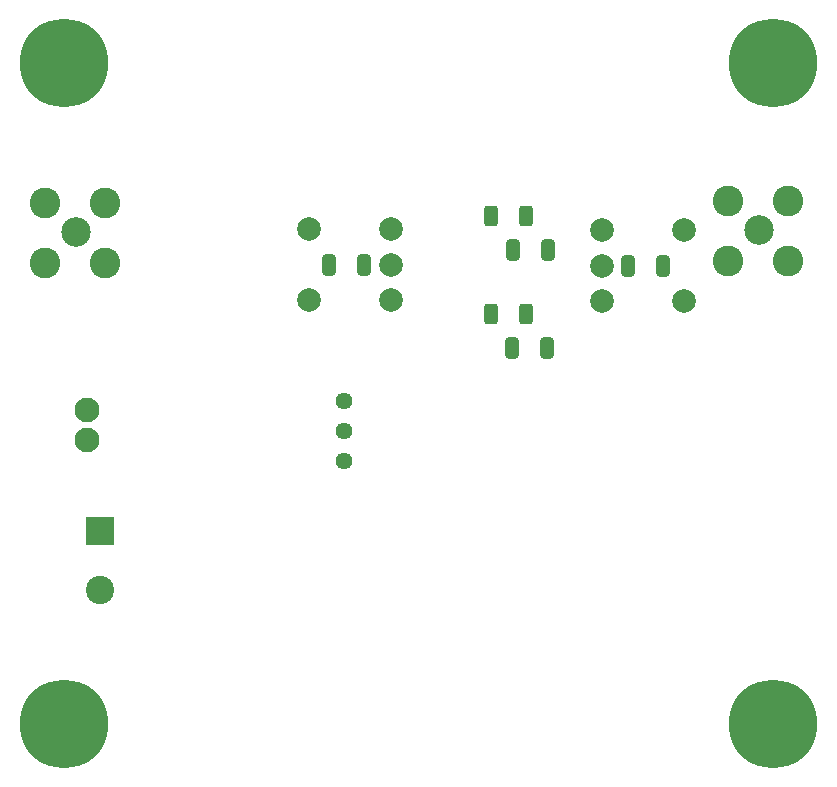
<source format=gbr>
G04 #@! TF.GenerationSoftware,KiCad,Pcbnew,8.0.7*
G04 #@! TF.CreationDate,2024-12-21T14:56:44-05:00*
G04 #@! TF.ProjectId,t41_2_low_power_amplifier,7434315f-325f-46c6-9f77-5f706f776572,rev?*
G04 #@! TF.SameCoordinates,Original*
G04 #@! TF.FileFunction,Soldermask,Bot*
G04 #@! TF.FilePolarity,Negative*
%FSLAX46Y46*%
G04 Gerber Fmt 4.6, Leading zero omitted, Abs format (unit mm)*
G04 Created by KiCad (PCBNEW 8.0.7) date 2024-12-21 14:56:44*
%MOMM*%
%LPD*%
G01*
G04 APERTURE LIST*
G04 Aperture macros list*
%AMRoundRect*
0 Rectangle with rounded corners*
0 $1 Rounding radius*
0 $2 $3 $4 $5 $6 $7 $8 $9 X,Y pos of 4 corners*
0 Add a 4 corners polygon primitive as box body*
4,1,4,$2,$3,$4,$5,$6,$7,$8,$9,$2,$3,0*
0 Add four circle primitives for the rounded corners*
1,1,$1+$1,$2,$3*
1,1,$1+$1,$4,$5*
1,1,$1+$1,$6,$7*
1,1,$1+$1,$8,$9*
0 Add four rect primitives between the rounded corners*
20,1,$1+$1,$2,$3,$4,$5,0*
20,1,$1+$1,$4,$5,$6,$7,0*
20,1,$1+$1,$6,$7,$8,$9,0*
20,1,$1+$1,$8,$9,$2,$3,0*%
G04 Aperture macros list end*
%ADD10C,2.000000*%
%ADD11C,7.500000*%
%ADD12C,1.440000*%
%ADD13C,2.600000*%
%ADD14C,2.500000*%
%ADD15R,2.400000X2.400000*%
%ADD16C,2.400000*%
%ADD17C,2.100000*%
%ADD18RoundRect,0.250000X0.325000X0.650000X-0.325000X0.650000X-0.325000X-0.650000X0.325000X-0.650000X0*%
%ADD19RoundRect,0.250000X-0.325000X-0.650000X0.325000X-0.650000X0.325000X0.650000X-0.325000X0.650000X0*%
%ADD20RoundRect,0.250000X0.312500X0.625000X-0.312500X0.625000X-0.312500X-0.625000X0.312500X-0.625000X0*%
G04 APERTURE END LIST*
D10*
X125700000Y-69100000D03*
X125700000Y-75100000D03*
X132700000Y-75100000D03*
X132700000Y-72100000D03*
X132700000Y-69100000D03*
D11*
X165000000Y-55000000D03*
D12*
X128700000Y-83650000D03*
X128700000Y-86190000D03*
X128700000Y-88730000D03*
D11*
X105000000Y-55000000D03*
X165000000Y-111000000D03*
D13*
X161220000Y-66750000D03*
X161220000Y-71830000D03*
X166300000Y-66750000D03*
X166300000Y-71830000D03*
D14*
X163860000Y-69215000D03*
D15*
X108050000Y-94700000D03*
D16*
X108050000Y-99700000D03*
D13*
X103370000Y-66870000D03*
X103370000Y-71950000D03*
X108450000Y-66870000D03*
X108450000Y-71950000D03*
D14*
X106010000Y-69335000D03*
D17*
X106950000Y-84450000D03*
X106950000Y-86950000D03*
D11*
X105000000Y-111000000D03*
D10*
X157500000Y-75200000D03*
X157500000Y-69200000D03*
X150500000Y-69200000D03*
X150500000Y-72200000D03*
X150500000Y-75200000D03*
D18*
X130400000Y-72100000D03*
X127450000Y-72100000D03*
D19*
X152725000Y-72200000D03*
X155675000Y-72200000D03*
X143000000Y-70900000D03*
X145950000Y-70900000D03*
X142887500Y-79150000D03*
X145837500Y-79150000D03*
D20*
X144075000Y-68000000D03*
X141150000Y-68000000D03*
X144100000Y-76300000D03*
X141175000Y-76300000D03*
M02*

</source>
